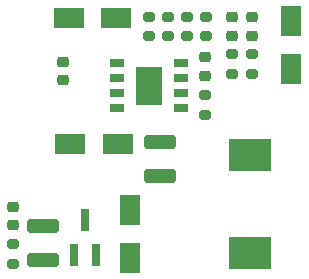
<source format=gtp>
G04 #@! TF.GenerationSoftware,KiCad,Pcbnew,(6.0.8)*
G04 #@! TF.CreationDate,2023-05-10T13:59:01+02:00*
G04 #@! TF.ProjectId,02_Batt_Alim,30325f42-6174-4745-9f41-6c696d2e6b69,rev?*
G04 #@! TF.SameCoordinates,Original*
G04 #@! TF.FileFunction,Paste,Top*
G04 #@! TF.FilePolarity,Positive*
%FSLAX46Y46*%
G04 Gerber Fmt 4.6, Leading zero omitted, Abs format (unit mm)*
G04 Created by KiCad (PCBNEW (6.0.8)) date 2023-05-10 13:59:01*
%MOMM*%
%LPD*%
G01*
G04 APERTURE LIST*
G04 Aperture macros list*
%AMRoundRect*
0 Rectangle with rounded corners*
0 $1 Rounding radius*
0 $2 $3 $4 $5 $6 $7 $8 $9 X,Y pos of 4 corners*
0 Add a 4 corners polygon primitive as box body*
4,1,4,$2,$3,$4,$5,$6,$7,$8,$9,$2,$3,0*
0 Add four circle primitives for the rounded corners*
1,1,$1+$1,$2,$3*
1,1,$1+$1,$4,$5*
1,1,$1+$1,$6,$7*
1,1,$1+$1,$8,$9*
0 Add four rect primitives between the rounded corners*
20,1,$1+$1,$2,$3,$4,$5,0*
20,1,$1+$1,$4,$5,$6,$7,0*
20,1,$1+$1,$6,$7,$8,$9,0*
20,1,$1+$1,$8,$9,$2,$3,0*%
G04 Aperture macros list end*
%ADD10R,2.200000X3.300000*%
%ADD11R,1.300000X0.700000*%
%ADD12R,2.500000X1.800000*%
%ADD13R,1.800000X2.500000*%
%ADD14RoundRect,0.225000X-0.250000X0.225000X-0.250000X-0.225000X0.250000X-0.225000X0.250000X0.225000X0*%
%ADD15RoundRect,0.250000X-1.100000X0.325000X-1.100000X-0.325000X1.100000X-0.325000X1.100000X0.325000X0*%
%ADD16RoundRect,0.218750X0.256250X-0.218750X0.256250X0.218750X-0.256250X0.218750X-0.256250X-0.218750X0*%
%ADD17R,3.600000X2.700000*%
%ADD18RoundRect,0.200000X-0.275000X0.200000X-0.275000X-0.200000X0.275000X-0.200000X0.275000X0.200000X0*%
%ADD19RoundRect,0.200000X0.275000X-0.200000X0.275000X0.200000X-0.275000X0.200000X-0.275000X-0.200000X0*%
%ADD20R,0.800000X1.900000*%
G04 APERTURE END LIST*
D10*
X114640000Y-70490000D03*
D11*
X117390000Y-72395000D03*
D10*
X114640000Y-70490000D03*
D11*
X117390000Y-71125000D03*
X117390000Y-69855000D03*
X117390000Y-68585000D03*
X111890000Y-68585000D03*
X111890000Y-69855000D03*
X111890000Y-71125000D03*
X111890000Y-72395000D03*
D12*
X111855000Y-64770000D03*
X107855000Y-64770000D03*
X111982000Y-75438000D03*
X107982000Y-75438000D03*
D13*
X113030000Y-81058000D03*
X113030000Y-85058000D03*
X126669800Y-69056000D03*
X126669800Y-65056000D03*
D14*
X119405400Y-68109800D03*
X119405400Y-69659800D03*
X107390000Y-68465000D03*
X107390000Y-70015000D03*
D15*
X105664000Y-82345000D03*
X105664000Y-85295000D03*
X115570000Y-75233000D03*
X115570000Y-78183000D03*
D16*
X123367800Y-66280900D03*
X123367800Y-64705900D03*
X121640600Y-66280900D03*
X121640600Y-64705900D03*
X103124000Y-82321500D03*
X103124000Y-80746500D03*
D17*
X123190000Y-84668000D03*
X123190000Y-76368000D03*
D18*
X123367800Y-67843400D03*
X123367800Y-69493400D03*
X119405400Y-71311000D03*
X119405400Y-72961000D03*
X121640600Y-67843400D03*
X121640600Y-69493400D03*
D19*
X117856000Y-66306200D03*
X117856000Y-64656200D03*
X116255800Y-66306200D03*
X116255800Y-64656200D03*
X114655600Y-66306200D03*
X114655600Y-64656200D03*
X119430800Y-66315000D03*
X119430800Y-64665000D03*
D18*
X103124000Y-83915000D03*
X103124000Y-85565000D03*
D20*
X108270000Y-84840000D03*
X110170000Y-84840000D03*
X109220000Y-81840000D03*
M02*

</source>
